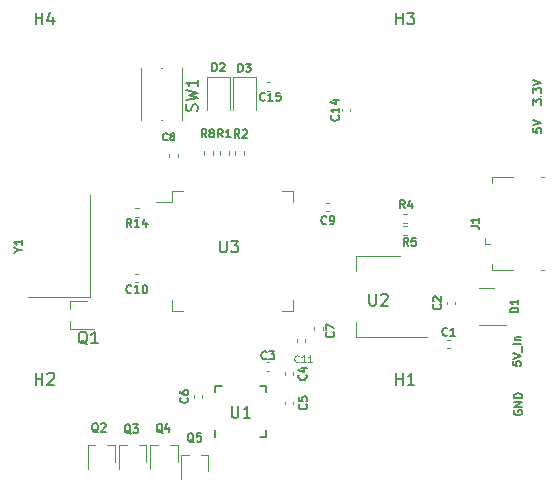
<source format=gbr>
%TF.GenerationSoftware,KiCad,Pcbnew,(6.0.1)*%
%TF.CreationDate,2022-08-29T10:58:40+03:00*%
%TF.ProjectId,flight controller,666c6967-6874-4206-936f-6e74726f6c6c,rev?*%
%TF.SameCoordinates,Original*%
%TF.FileFunction,Legend,Top*%
%TF.FilePolarity,Positive*%
%FSLAX46Y46*%
G04 Gerber Fmt 4.6, Leading zero omitted, Abs format (unit mm)*
G04 Created by KiCad (PCBNEW (6.0.1)) date 2022-08-29 10:58:40*
%MOMM*%
%LPD*%
G01*
G04 APERTURE LIST*
%ADD10C,0.150000*%
%ADD11C,0.125000*%
%ADD12C,0.120000*%
G04 APERTURE END LIST*
D10*
%TO.C,R4*%
X150983333Y-87116666D02*
X150750000Y-86783333D01*
X150583333Y-87116666D02*
X150583333Y-86416666D01*
X150850000Y-86416666D01*
X150916666Y-86450000D01*
X150950000Y-86483333D01*
X150983333Y-86550000D01*
X150983333Y-86650000D01*
X150950000Y-86716666D01*
X150916666Y-86750000D01*
X150850000Y-86783333D01*
X150583333Y-86783333D01*
X151583333Y-86650000D02*
X151583333Y-87116666D01*
X151416666Y-86383333D02*
X151250000Y-86883333D01*
X151683333Y-86883333D01*
%TO.C,R5*%
X151283333Y-90316666D02*
X151050000Y-89983333D01*
X150883333Y-90316666D02*
X150883333Y-89616666D01*
X151150000Y-89616666D01*
X151216666Y-89650000D01*
X151250000Y-89683333D01*
X151283333Y-89750000D01*
X151283333Y-89850000D01*
X151250000Y-89916666D01*
X151216666Y-89950000D01*
X151150000Y-89983333D01*
X150883333Y-89983333D01*
X151916666Y-89616666D02*
X151583333Y-89616666D01*
X151550000Y-89950000D01*
X151583333Y-89916666D01*
X151650000Y-89883333D01*
X151816666Y-89883333D01*
X151883333Y-89916666D01*
X151916666Y-89950000D01*
X151950000Y-90016666D01*
X151950000Y-90183333D01*
X151916666Y-90250000D01*
X151883333Y-90283333D01*
X151816666Y-90316666D01*
X151650000Y-90316666D01*
X151583333Y-90283333D01*
X151550000Y-90250000D01*
%TO.C,C15*%
X139150000Y-77950000D02*
X139116666Y-77983333D01*
X139016666Y-78016666D01*
X138950000Y-78016666D01*
X138850000Y-77983333D01*
X138783333Y-77916666D01*
X138750000Y-77850000D01*
X138716666Y-77716666D01*
X138716666Y-77616666D01*
X138750000Y-77483333D01*
X138783333Y-77416666D01*
X138850000Y-77350000D01*
X138950000Y-77316666D01*
X139016666Y-77316666D01*
X139116666Y-77350000D01*
X139150000Y-77383333D01*
X139816666Y-78016666D02*
X139416666Y-78016666D01*
X139616666Y-78016666D02*
X139616666Y-77316666D01*
X139550000Y-77416666D01*
X139483333Y-77483333D01*
X139416666Y-77516666D01*
X140450000Y-77316666D02*
X140116666Y-77316666D01*
X140083333Y-77650000D01*
X140116666Y-77616666D01*
X140183333Y-77583333D01*
X140350000Y-77583333D01*
X140416666Y-77616666D01*
X140450000Y-77650000D01*
X140483333Y-77716666D01*
X140483333Y-77883333D01*
X140450000Y-77950000D01*
X140416666Y-77983333D01*
X140350000Y-78016666D01*
X140183333Y-78016666D01*
X140116666Y-77983333D01*
X140083333Y-77950000D01*
%TO.C,U3*%
X135338095Y-89852380D02*
X135338095Y-90661904D01*
X135385714Y-90757142D01*
X135433333Y-90804761D01*
X135528571Y-90852380D01*
X135719047Y-90852380D01*
X135814285Y-90804761D01*
X135861904Y-90757142D01*
X135909523Y-90661904D01*
X135909523Y-89852380D01*
X136290476Y-89852380D02*
X136909523Y-89852380D01*
X136576190Y-90233333D01*
X136719047Y-90233333D01*
X136814285Y-90280952D01*
X136861904Y-90328571D01*
X136909523Y-90423809D01*
X136909523Y-90661904D01*
X136861904Y-90757142D01*
X136814285Y-90804761D01*
X136719047Y-90852380D01*
X136433333Y-90852380D01*
X136338095Y-90804761D01*
X136290476Y-90757142D01*
%TO.C,H3*%
X150238095Y-71552380D02*
X150238095Y-70552380D01*
X150238095Y-71028571D02*
X150809523Y-71028571D01*
X150809523Y-71552380D02*
X150809523Y-70552380D01*
X151190476Y-70552380D02*
X151809523Y-70552380D01*
X151476190Y-70933333D01*
X151619047Y-70933333D01*
X151714285Y-70980952D01*
X151761904Y-71028571D01*
X151809523Y-71123809D01*
X151809523Y-71361904D01*
X151761904Y-71457142D01*
X151714285Y-71504761D01*
X151619047Y-71552380D01*
X151333333Y-71552380D01*
X151238095Y-71504761D01*
X151190476Y-71457142D01*
%TO.C,C6*%
X132590000Y-103149166D02*
X132623333Y-103182500D01*
X132656666Y-103282500D01*
X132656666Y-103349166D01*
X132623333Y-103449166D01*
X132556666Y-103515833D01*
X132490000Y-103549166D01*
X132356666Y-103582500D01*
X132256666Y-103582500D01*
X132123333Y-103549166D01*
X132056666Y-103515833D01*
X131990000Y-103449166D01*
X131956666Y-103349166D01*
X131956666Y-103282500D01*
X131990000Y-103182500D01*
X132023333Y-103149166D01*
X131956666Y-102549166D02*
X131956666Y-102682500D01*
X131990000Y-102749166D01*
X132023333Y-102782500D01*
X132123333Y-102849166D01*
X132256666Y-102882500D01*
X132523333Y-102882500D01*
X132590000Y-102849166D01*
X132623333Y-102815833D01*
X132656666Y-102749166D01*
X132656666Y-102615833D01*
X132623333Y-102549166D01*
X132590000Y-102515833D01*
X132523333Y-102482500D01*
X132356666Y-102482500D01*
X132290000Y-102515833D01*
X132256666Y-102549166D01*
X132223333Y-102615833D01*
X132223333Y-102749166D01*
X132256666Y-102815833D01*
X132290000Y-102849166D01*
X132356666Y-102882500D01*
%TO.C,C10*%
X127850000Y-94250000D02*
X127816666Y-94283333D01*
X127716666Y-94316666D01*
X127650000Y-94316666D01*
X127550000Y-94283333D01*
X127483333Y-94216666D01*
X127450000Y-94150000D01*
X127416666Y-94016666D01*
X127416666Y-93916666D01*
X127450000Y-93783333D01*
X127483333Y-93716666D01*
X127550000Y-93650000D01*
X127650000Y-93616666D01*
X127716666Y-93616666D01*
X127816666Y-93650000D01*
X127850000Y-93683333D01*
X128516666Y-94316666D02*
X128116666Y-94316666D01*
X128316666Y-94316666D02*
X128316666Y-93616666D01*
X128250000Y-93716666D01*
X128183333Y-93783333D01*
X128116666Y-93816666D01*
X128950000Y-93616666D02*
X129016666Y-93616666D01*
X129083333Y-93650000D01*
X129116666Y-93683333D01*
X129150000Y-93750000D01*
X129183333Y-93883333D01*
X129183333Y-94050000D01*
X129150000Y-94183333D01*
X129116666Y-94250000D01*
X129083333Y-94283333D01*
X129016666Y-94316666D01*
X128950000Y-94316666D01*
X128883333Y-94283333D01*
X128850000Y-94250000D01*
X128816666Y-94183333D01*
X128783333Y-94050000D01*
X128783333Y-93883333D01*
X128816666Y-93750000D01*
X128850000Y-93683333D01*
X128883333Y-93650000D01*
X128950000Y-93616666D01*
%TO.C,H2*%
X119738095Y-102052380D02*
X119738095Y-101052380D01*
X119738095Y-101528571D02*
X120309523Y-101528571D01*
X120309523Y-102052380D02*
X120309523Y-101052380D01*
X120738095Y-101147619D02*
X120785714Y-101100000D01*
X120880952Y-101052380D01*
X121119047Y-101052380D01*
X121214285Y-101100000D01*
X121261904Y-101147619D01*
X121309523Y-101242857D01*
X121309523Y-101338095D01*
X121261904Y-101480952D01*
X120690476Y-102052380D01*
X121309523Y-102052380D01*
D11*
%TO.C,C11*%
X142014285Y-100114285D02*
X141985714Y-100142857D01*
X141900000Y-100171428D01*
X141842857Y-100171428D01*
X141757142Y-100142857D01*
X141700000Y-100085714D01*
X141671428Y-100028571D01*
X141642857Y-99914285D01*
X141642857Y-99828571D01*
X141671428Y-99714285D01*
X141700000Y-99657142D01*
X141757142Y-99600000D01*
X141842857Y-99571428D01*
X141900000Y-99571428D01*
X141985714Y-99600000D01*
X142014285Y-99628571D01*
X142585714Y-100171428D02*
X142242857Y-100171428D01*
X142414285Y-100171428D02*
X142414285Y-99571428D01*
X142357142Y-99657142D01*
X142300000Y-99714285D01*
X142242857Y-99742857D01*
X143157142Y-100171428D02*
X142814285Y-100171428D01*
X142985714Y-100171428D02*
X142985714Y-99571428D01*
X142928571Y-99657142D01*
X142871428Y-99714285D01*
X142814285Y-99742857D01*
D10*
%TO.C,D2*%
X134683333Y-75516666D02*
X134683333Y-74816666D01*
X134850000Y-74816666D01*
X134950000Y-74850000D01*
X135016666Y-74916666D01*
X135050000Y-74983333D01*
X135083333Y-75116666D01*
X135083333Y-75216666D01*
X135050000Y-75350000D01*
X135016666Y-75416666D01*
X134950000Y-75483333D01*
X134850000Y-75516666D01*
X134683333Y-75516666D01*
X135350000Y-74883333D02*
X135383333Y-74850000D01*
X135450000Y-74816666D01*
X135616666Y-74816666D01*
X135683333Y-74850000D01*
X135716666Y-74883333D01*
X135750000Y-74950000D01*
X135750000Y-75016666D01*
X135716666Y-75116666D01*
X135316666Y-75516666D01*
X135750000Y-75516666D01*
%TO.C,C1*%
X154583333Y-97850000D02*
X154550000Y-97883333D01*
X154450000Y-97916666D01*
X154383333Y-97916666D01*
X154283333Y-97883333D01*
X154216666Y-97816666D01*
X154183333Y-97750000D01*
X154150000Y-97616666D01*
X154150000Y-97516666D01*
X154183333Y-97383333D01*
X154216666Y-97316666D01*
X154283333Y-97250000D01*
X154383333Y-97216666D01*
X154450000Y-97216666D01*
X154550000Y-97250000D01*
X154583333Y-97283333D01*
X155250000Y-97916666D02*
X154850000Y-97916666D01*
X155050000Y-97916666D02*
X155050000Y-97216666D01*
X154983333Y-97316666D01*
X154916666Y-97383333D01*
X154850000Y-97416666D01*
%TO.C,H4*%
X119738095Y-71552380D02*
X119738095Y-70552380D01*
X119738095Y-71028571D02*
X120309523Y-71028571D01*
X120309523Y-71552380D02*
X120309523Y-70552380D01*
X121214285Y-70885714D02*
X121214285Y-71552380D01*
X120976190Y-70504761D02*
X120738095Y-71219047D01*
X121357142Y-71219047D01*
%TO.C,5V*%
X161856666Y-80333333D02*
X161856666Y-80666666D01*
X162190000Y-80700000D01*
X162156666Y-80666666D01*
X162123333Y-80600000D01*
X162123333Y-80433333D01*
X162156666Y-80366666D01*
X162190000Y-80333333D01*
X162256666Y-80300000D01*
X162423333Y-80300000D01*
X162490000Y-80333333D01*
X162523333Y-80366666D01*
X162556666Y-80433333D01*
X162556666Y-80600000D01*
X162523333Y-80666666D01*
X162490000Y-80700000D01*
X161856666Y-80100000D02*
X162556666Y-79866666D01*
X161856666Y-79633333D01*
%TO.C,GND*%
X160250000Y-104233333D02*
X160216666Y-104300000D01*
X160216666Y-104400000D01*
X160250000Y-104500000D01*
X160316666Y-104566666D01*
X160383333Y-104600000D01*
X160516666Y-104633333D01*
X160616666Y-104633333D01*
X160750000Y-104600000D01*
X160816666Y-104566666D01*
X160883333Y-104500000D01*
X160916666Y-104400000D01*
X160916666Y-104333333D01*
X160883333Y-104233333D01*
X160850000Y-104200000D01*
X160616666Y-104200000D01*
X160616666Y-104333333D01*
X160916666Y-103900000D02*
X160216666Y-103900000D01*
X160916666Y-103500000D01*
X160216666Y-103500000D01*
X160916666Y-103166666D02*
X160216666Y-103166666D01*
X160216666Y-103000000D01*
X160250000Y-102900000D01*
X160316666Y-102833333D01*
X160383333Y-102800000D01*
X160516666Y-102766666D01*
X160616666Y-102766666D01*
X160750000Y-102800000D01*
X160816666Y-102833333D01*
X160883333Y-102900000D01*
X160916666Y-103000000D01*
X160916666Y-103166666D01*
%TO.C,C2*%
X153990000Y-95249166D02*
X154023333Y-95282500D01*
X154056666Y-95382500D01*
X154056666Y-95449166D01*
X154023333Y-95549166D01*
X153956666Y-95615833D01*
X153890000Y-95649166D01*
X153756666Y-95682500D01*
X153656666Y-95682500D01*
X153523333Y-95649166D01*
X153456666Y-95615833D01*
X153390000Y-95549166D01*
X153356666Y-95449166D01*
X153356666Y-95382500D01*
X153390000Y-95282500D01*
X153423333Y-95249166D01*
X153423333Y-94982500D02*
X153390000Y-94949166D01*
X153356666Y-94882500D01*
X153356666Y-94715833D01*
X153390000Y-94649166D01*
X153423333Y-94615833D01*
X153490000Y-94582500D01*
X153556666Y-94582500D01*
X153656666Y-94615833D01*
X154056666Y-95015833D01*
X154056666Y-94582500D01*
%TO.C,Y1*%
X118283333Y-90633333D02*
X118616666Y-90633333D01*
X117916666Y-90866666D02*
X118283333Y-90633333D01*
X117916666Y-90400000D01*
X118616666Y-89800000D02*
X118616666Y-90200000D01*
X118616666Y-90000000D02*
X117916666Y-90000000D01*
X118016666Y-90066666D01*
X118083333Y-90133333D01*
X118116666Y-90200000D01*
%TO.C,SW1*%
X133404761Y-78883333D02*
X133452380Y-78740476D01*
X133452380Y-78502380D01*
X133404761Y-78407142D01*
X133357142Y-78359523D01*
X133261904Y-78311904D01*
X133166666Y-78311904D01*
X133071428Y-78359523D01*
X133023809Y-78407142D01*
X132976190Y-78502380D01*
X132928571Y-78692857D01*
X132880952Y-78788095D01*
X132833333Y-78835714D01*
X132738095Y-78883333D01*
X132642857Y-78883333D01*
X132547619Y-78835714D01*
X132500000Y-78788095D01*
X132452380Y-78692857D01*
X132452380Y-78454761D01*
X132500000Y-78311904D01*
X132452380Y-77978571D02*
X133452380Y-77740476D01*
X132738095Y-77550000D01*
X133452380Y-77359523D01*
X132452380Y-77121428D01*
X133452380Y-76216666D02*
X133452380Y-76788095D01*
X133452380Y-76502380D02*
X132452380Y-76502380D01*
X132595238Y-76597619D01*
X132690476Y-76692857D01*
X132738095Y-76788095D01*
%TO.C,D3*%
X136883333Y-75566666D02*
X136883333Y-74866666D01*
X137050000Y-74866666D01*
X137150000Y-74900000D01*
X137216666Y-74966666D01*
X137250000Y-75033333D01*
X137283333Y-75166666D01*
X137283333Y-75266666D01*
X137250000Y-75400000D01*
X137216666Y-75466666D01*
X137150000Y-75533333D01*
X137050000Y-75566666D01*
X136883333Y-75566666D01*
X137516666Y-74866666D02*
X137950000Y-74866666D01*
X137716666Y-75133333D01*
X137816666Y-75133333D01*
X137883333Y-75166666D01*
X137916666Y-75200000D01*
X137950000Y-75266666D01*
X137950000Y-75433333D01*
X137916666Y-75500000D01*
X137883333Y-75533333D01*
X137816666Y-75566666D01*
X137616666Y-75566666D01*
X137550000Y-75533333D01*
X137516666Y-75500000D01*
%TO.C,R8*%
X134183333Y-81116666D02*
X133950000Y-80783333D01*
X133783333Y-81116666D02*
X133783333Y-80416666D01*
X134050000Y-80416666D01*
X134116666Y-80450000D01*
X134150000Y-80483333D01*
X134183333Y-80550000D01*
X134183333Y-80650000D01*
X134150000Y-80716666D01*
X134116666Y-80750000D01*
X134050000Y-80783333D01*
X133783333Y-80783333D01*
X134583333Y-80716666D02*
X134516666Y-80683333D01*
X134483333Y-80650000D01*
X134450000Y-80583333D01*
X134450000Y-80550000D01*
X134483333Y-80483333D01*
X134516666Y-80450000D01*
X134583333Y-80416666D01*
X134716666Y-80416666D01*
X134783333Y-80450000D01*
X134816666Y-80483333D01*
X134850000Y-80550000D01*
X134850000Y-80583333D01*
X134816666Y-80650000D01*
X134783333Y-80683333D01*
X134716666Y-80716666D01*
X134583333Y-80716666D01*
X134516666Y-80750000D01*
X134483333Y-80783333D01*
X134450000Y-80850000D01*
X134450000Y-80983333D01*
X134483333Y-81050000D01*
X134516666Y-81083333D01*
X134583333Y-81116666D01*
X134716666Y-81116666D01*
X134783333Y-81083333D01*
X134816666Y-81050000D01*
X134850000Y-80983333D01*
X134850000Y-80850000D01*
X134816666Y-80783333D01*
X134783333Y-80750000D01*
X134716666Y-80716666D01*
%TO.C,J1*%
X156604166Y-88633333D02*
X157104166Y-88633333D01*
X157204166Y-88666666D01*
X157270833Y-88733333D01*
X157304166Y-88833333D01*
X157304166Y-88900000D01*
X157304166Y-87933333D02*
X157304166Y-88333333D01*
X157304166Y-88133333D02*
X156604166Y-88133333D01*
X156704166Y-88200000D01*
X156770833Y-88266666D01*
X156804166Y-88333333D01*
%TO.C,U2*%
X147988095Y-94352380D02*
X147988095Y-95161904D01*
X148035714Y-95257142D01*
X148083333Y-95304761D01*
X148178571Y-95352380D01*
X148369047Y-95352380D01*
X148464285Y-95304761D01*
X148511904Y-95257142D01*
X148559523Y-95161904D01*
X148559523Y-94352380D01*
X148988095Y-94447619D02*
X149035714Y-94400000D01*
X149130952Y-94352380D01*
X149369047Y-94352380D01*
X149464285Y-94400000D01*
X149511904Y-94447619D01*
X149559523Y-94542857D01*
X149559523Y-94638095D01*
X149511904Y-94780952D01*
X148940476Y-95352380D01*
X149559523Y-95352380D01*
%TO.C,C4*%
X142610000Y-101216666D02*
X142643333Y-101250000D01*
X142676666Y-101350000D01*
X142676666Y-101416666D01*
X142643333Y-101516666D01*
X142576666Y-101583333D01*
X142510000Y-101616666D01*
X142376666Y-101650000D01*
X142276666Y-101650000D01*
X142143333Y-101616666D01*
X142076666Y-101583333D01*
X142010000Y-101516666D01*
X141976666Y-101416666D01*
X141976666Y-101350000D01*
X142010000Y-101250000D01*
X142043333Y-101216666D01*
X142210000Y-100616666D02*
X142676666Y-100616666D01*
X141943333Y-100783333D02*
X142443333Y-100950000D01*
X142443333Y-100516666D01*
%TO.C,C7*%
X144950000Y-97616666D02*
X144983333Y-97650000D01*
X145016666Y-97750000D01*
X145016666Y-97816666D01*
X144983333Y-97916666D01*
X144916666Y-97983333D01*
X144850000Y-98016666D01*
X144716666Y-98050000D01*
X144616666Y-98050000D01*
X144483333Y-98016666D01*
X144416666Y-97983333D01*
X144350000Y-97916666D01*
X144316666Y-97816666D01*
X144316666Y-97750000D01*
X144350000Y-97650000D01*
X144383333Y-97616666D01*
X144316666Y-97383333D02*
X144316666Y-96916666D01*
X145016666Y-97216666D01*
%TO.C,Q2*%
X125033333Y-106083333D02*
X124966666Y-106050000D01*
X124900000Y-105983333D01*
X124800000Y-105883333D01*
X124733333Y-105850000D01*
X124666666Y-105850000D01*
X124700000Y-106016666D02*
X124633333Y-105983333D01*
X124566666Y-105916666D01*
X124533333Y-105783333D01*
X124533333Y-105550000D01*
X124566666Y-105416666D01*
X124633333Y-105350000D01*
X124700000Y-105316666D01*
X124833333Y-105316666D01*
X124900000Y-105350000D01*
X124966666Y-105416666D01*
X125000000Y-105550000D01*
X125000000Y-105783333D01*
X124966666Y-105916666D01*
X124900000Y-105983333D01*
X124833333Y-106016666D01*
X124700000Y-106016666D01*
X125266666Y-105383333D02*
X125300000Y-105350000D01*
X125366666Y-105316666D01*
X125533333Y-105316666D01*
X125600000Y-105350000D01*
X125633333Y-105383333D01*
X125666666Y-105450000D01*
X125666666Y-105516666D01*
X125633333Y-105616666D01*
X125233333Y-106016666D01*
X125666666Y-106016666D01*
%TO.C,Q3*%
X127783333Y-106183333D02*
X127716666Y-106150000D01*
X127650000Y-106083333D01*
X127550000Y-105983333D01*
X127483333Y-105950000D01*
X127416666Y-105950000D01*
X127450000Y-106116666D02*
X127383333Y-106083333D01*
X127316666Y-106016666D01*
X127283333Y-105883333D01*
X127283333Y-105650000D01*
X127316666Y-105516666D01*
X127383333Y-105450000D01*
X127450000Y-105416666D01*
X127583333Y-105416666D01*
X127650000Y-105450000D01*
X127716666Y-105516666D01*
X127750000Y-105650000D01*
X127750000Y-105883333D01*
X127716666Y-106016666D01*
X127650000Y-106083333D01*
X127583333Y-106116666D01*
X127450000Y-106116666D01*
X127983333Y-105416666D02*
X128416666Y-105416666D01*
X128183333Y-105683333D01*
X128283333Y-105683333D01*
X128350000Y-105716666D01*
X128383333Y-105750000D01*
X128416666Y-105816666D01*
X128416666Y-105983333D01*
X128383333Y-106050000D01*
X128350000Y-106083333D01*
X128283333Y-106116666D01*
X128083333Y-106116666D01*
X128016666Y-106083333D01*
X127983333Y-106050000D01*
%TO.C,Q4*%
X130483333Y-106133333D02*
X130416666Y-106100000D01*
X130350000Y-106033333D01*
X130250000Y-105933333D01*
X130183333Y-105900000D01*
X130116666Y-105900000D01*
X130150000Y-106066666D02*
X130083333Y-106033333D01*
X130016666Y-105966666D01*
X129983333Y-105833333D01*
X129983333Y-105600000D01*
X130016666Y-105466666D01*
X130083333Y-105400000D01*
X130150000Y-105366666D01*
X130283333Y-105366666D01*
X130350000Y-105400000D01*
X130416666Y-105466666D01*
X130450000Y-105600000D01*
X130450000Y-105833333D01*
X130416666Y-105966666D01*
X130350000Y-106033333D01*
X130283333Y-106066666D01*
X130150000Y-106066666D01*
X131050000Y-105600000D02*
X131050000Y-106066666D01*
X130883333Y-105333333D02*
X130716666Y-105833333D01*
X131150000Y-105833333D01*
%TO.C,R1*%
X135583333Y-81116666D02*
X135350000Y-80783333D01*
X135183333Y-81116666D02*
X135183333Y-80416666D01*
X135450000Y-80416666D01*
X135516666Y-80450000D01*
X135550000Y-80483333D01*
X135583333Y-80550000D01*
X135583333Y-80650000D01*
X135550000Y-80716666D01*
X135516666Y-80750000D01*
X135450000Y-80783333D01*
X135183333Y-80783333D01*
X136250000Y-81116666D02*
X135850000Y-81116666D01*
X136050000Y-81116666D02*
X136050000Y-80416666D01*
X135983333Y-80516666D01*
X135916666Y-80583333D01*
X135850000Y-80616666D01*
%TO.C,D1*%
X160616666Y-95916666D02*
X159916666Y-95916666D01*
X159916666Y-95750000D01*
X159950000Y-95650000D01*
X160016666Y-95583333D01*
X160083333Y-95550000D01*
X160216666Y-95516666D01*
X160316666Y-95516666D01*
X160450000Y-95550000D01*
X160516666Y-95583333D01*
X160583333Y-95650000D01*
X160616666Y-95750000D01*
X160616666Y-95916666D01*
X160616666Y-94850000D02*
X160616666Y-95250000D01*
X160616666Y-95050000D02*
X159916666Y-95050000D01*
X160016666Y-95116666D01*
X160083333Y-95183333D01*
X160116666Y-95250000D01*
%TO.C,U1*%
X136338095Y-103852380D02*
X136338095Y-104661904D01*
X136385714Y-104757142D01*
X136433333Y-104804761D01*
X136528571Y-104852380D01*
X136719047Y-104852380D01*
X136814285Y-104804761D01*
X136861904Y-104757142D01*
X136909523Y-104661904D01*
X136909523Y-103852380D01*
X137909523Y-104852380D02*
X137338095Y-104852380D01*
X137623809Y-104852380D02*
X137623809Y-103852380D01*
X137528571Y-103995238D01*
X137433333Y-104090476D01*
X137338095Y-104138095D01*
%TO.C,C8*%
X130900000Y-81314285D02*
X130871428Y-81342857D01*
X130785714Y-81371428D01*
X130728571Y-81371428D01*
X130642857Y-81342857D01*
X130585714Y-81285714D01*
X130557142Y-81228571D01*
X130528571Y-81114285D01*
X130528571Y-81028571D01*
X130557142Y-80914285D01*
X130585714Y-80857142D01*
X130642857Y-80800000D01*
X130728571Y-80771428D01*
X130785714Y-80771428D01*
X130871428Y-80800000D01*
X130900000Y-80828571D01*
X131242857Y-81028571D02*
X131185714Y-81000000D01*
X131157142Y-80971428D01*
X131128571Y-80914285D01*
X131128571Y-80885714D01*
X131157142Y-80828571D01*
X131185714Y-80800000D01*
X131242857Y-80771428D01*
X131357142Y-80771428D01*
X131414285Y-80800000D01*
X131442857Y-80828571D01*
X131471428Y-80885714D01*
X131471428Y-80914285D01*
X131442857Y-80971428D01*
X131414285Y-81000000D01*
X131357142Y-81028571D01*
X131242857Y-81028571D01*
X131185714Y-81057142D01*
X131157142Y-81085714D01*
X131128571Y-81142857D01*
X131128571Y-81257142D01*
X131157142Y-81314285D01*
X131185714Y-81342857D01*
X131242857Y-81371428D01*
X131357142Y-81371428D01*
X131414285Y-81342857D01*
X131442857Y-81314285D01*
X131471428Y-81257142D01*
X131471428Y-81142857D01*
X131442857Y-81085714D01*
X131414285Y-81057142D01*
X131357142Y-81028571D01*
%TO.C,C5*%
X142650000Y-103716666D02*
X142683333Y-103750000D01*
X142716666Y-103850000D01*
X142716666Y-103916666D01*
X142683333Y-104016666D01*
X142616666Y-104083333D01*
X142550000Y-104116666D01*
X142416666Y-104150000D01*
X142316666Y-104150000D01*
X142183333Y-104116666D01*
X142116666Y-104083333D01*
X142050000Y-104016666D01*
X142016666Y-103916666D01*
X142016666Y-103850000D01*
X142050000Y-103750000D01*
X142083333Y-103716666D01*
X142016666Y-103083333D02*
X142016666Y-103416666D01*
X142350000Y-103450000D01*
X142316666Y-103416666D01*
X142283333Y-103350000D01*
X142283333Y-103183333D01*
X142316666Y-103116666D01*
X142350000Y-103083333D01*
X142416666Y-103050000D01*
X142583333Y-103050000D01*
X142650000Y-103083333D01*
X142683333Y-103116666D01*
X142716666Y-103183333D01*
X142716666Y-103350000D01*
X142683333Y-103416666D01*
X142650000Y-103450000D01*
%TO.C,C3*%
X139283333Y-99850000D02*
X139250000Y-99883333D01*
X139150000Y-99916666D01*
X139083333Y-99916666D01*
X138983333Y-99883333D01*
X138916666Y-99816666D01*
X138883333Y-99750000D01*
X138850000Y-99616666D01*
X138850000Y-99516666D01*
X138883333Y-99383333D01*
X138916666Y-99316666D01*
X138983333Y-99250000D01*
X139083333Y-99216666D01*
X139150000Y-99216666D01*
X139250000Y-99250000D01*
X139283333Y-99283333D01*
X139516666Y-99216666D02*
X139950000Y-99216666D01*
X139716666Y-99483333D01*
X139816666Y-99483333D01*
X139883333Y-99516666D01*
X139916666Y-99550000D01*
X139950000Y-99616666D01*
X139950000Y-99783333D01*
X139916666Y-99850000D01*
X139883333Y-99883333D01*
X139816666Y-99916666D01*
X139616666Y-99916666D01*
X139550000Y-99883333D01*
X139516666Y-99850000D01*
%TO.C,C14*%
X145350000Y-79250000D02*
X145383333Y-79283333D01*
X145416666Y-79383333D01*
X145416666Y-79450000D01*
X145383333Y-79550000D01*
X145316666Y-79616666D01*
X145250000Y-79650000D01*
X145116666Y-79683333D01*
X145016666Y-79683333D01*
X144883333Y-79650000D01*
X144816666Y-79616666D01*
X144750000Y-79550000D01*
X144716666Y-79450000D01*
X144716666Y-79383333D01*
X144750000Y-79283333D01*
X144783333Y-79250000D01*
X145416666Y-78583333D02*
X145416666Y-78983333D01*
X145416666Y-78783333D02*
X144716666Y-78783333D01*
X144816666Y-78850000D01*
X144883333Y-78916666D01*
X144916666Y-78983333D01*
X144950000Y-77983333D02*
X145416666Y-77983333D01*
X144683333Y-78150000D02*
X145183333Y-78316666D01*
X145183333Y-77883333D01*
%TO.C,H1*%
X150238095Y-102052380D02*
X150238095Y-101052380D01*
X150238095Y-101528571D02*
X150809523Y-101528571D01*
X150809523Y-102052380D02*
X150809523Y-101052380D01*
X151809523Y-102052380D02*
X151238095Y-102052380D01*
X151523809Y-102052380D02*
X151523809Y-101052380D01*
X151428571Y-101195238D01*
X151333333Y-101290476D01*
X151238095Y-101338095D01*
%TO.C,3.3V*%
X161856666Y-78333333D02*
X161856666Y-77900000D01*
X162123333Y-78133333D01*
X162123333Y-78033333D01*
X162156666Y-77966666D01*
X162190000Y-77933333D01*
X162256666Y-77900000D01*
X162423333Y-77900000D01*
X162490000Y-77933333D01*
X162523333Y-77966666D01*
X162556666Y-78033333D01*
X162556666Y-78233333D01*
X162523333Y-78300000D01*
X162490000Y-78333333D01*
X162490000Y-77600000D02*
X162523333Y-77566666D01*
X162556666Y-77600000D01*
X162523333Y-77633333D01*
X162490000Y-77600000D01*
X162556666Y-77600000D01*
X161856666Y-77333333D02*
X161856666Y-76900000D01*
X162123333Y-77133333D01*
X162123333Y-77033333D01*
X162156666Y-76966666D01*
X162190000Y-76933333D01*
X162256666Y-76900000D01*
X162423333Y-76900000D01*
X162490000Y-76933333D01*
X162523333Y-76966666D01*
X162556666Y-77033333D01*
X162556666Y-77233333D01*
X162523333Y-77300000D01*
X162490000Y-77333333D01*
X161856666Y-76700000D02*
X162556666Y-76466666D01*
X161856666Y-76233333D01*
%TO.C,Q1*%
X124104761Y-98647619D02*
X124009523Y-98600000D01*
X123914285Y-98504761D01*
X123771428Y-98361904D01*
X123676190Y-98314285D01*
X123580952Y-98314285D01*
X123628571Y-98552380D02*
X123533333Y-98504761D01*
X123438095Y-98409523D01*
X123390476Y-98219047D01*
X123390476Y-97885714D01*
X123438095Y-97695238D01*
X123533333Y-97600000D01*
X123628571Y-97552380D01*
X123819047Y-97552380D01*
X123914285Y-97600000D01*
X124009523Y-97695238D01*
X124057142Y-97885714D01*
X124057142Y-98219047D01*
X124009523Y-98409523D01*
X123914285Y-98504761D01*
X123819047Y-98552380D01*
X123628571Y-98552380D01*
X125009523Y-98552380D02*
X124438095Y-98552380D01*
X124723809Y-98552380D02*
X124723809Y-97552380D01*
X124628571Y-97695238D01*
X124533333Y-97790476D01*
X124438095Y-97838095D01*
%TO.C,R14*%
X127850000Y-88716666D02*
X127616666Y-88383333D01*
X127450000Y-88716666D02*
X127450000Y-88016666D01*
X127716666Y-88016666D01*
X127783333Y-88050000D01*
X127816666Y-88083333D01*
X127850000Y-88150000D01*
X127850000Y-88250000D01*
X127816666Y-88316666D01*
X127783333Y-88350000D01*
X127716666Y-88383333D01*
X127450000Y-88383333D01*
X128516666Y-88716666D02*
X128116666Y-88716666D01*
X128316666Y-88716666D02*
X128316666Y-88016666D01*
X128250000Y-88116666D01*
X128183333Y-88183333D01*
X128116666Y-88216666D01*
X129116666Y-88250000D02*
X129116666Y-88716666D01*
X128950000Y-87983333D02*
X128783333Y-88483333D01*
X129216666Y-88483333D01*
%TO.C,C9*%
X144350833Y-88410000D02*
X144317500Y-88443333D01*
X144217500Y-88476666D01*
X144150833Y-88476666D01*
X144050833Y-88443333D01*
X143984166Y-88376666D01*
X143950833Y-88310000D01*
X143917500Y-88176666D01*
X143917500Y-88076666D01*
X143950833Y-87943333D01*
X143984166Y-87876666D01*
X144050833Y-87810000D01*
X144150833Y-87776666D01*
X144217500Y-87776666D01*
X144317500Y-87810000D01*
X144350833Y-87843333D01*
X144684166Y-88476666D02*
X144817500Y-88476666D01*
X144884166Y-88443333D01*
X144917500Y-88410000D01*
X144984166Y-88310000D01*
X145017500Y-88176666D01*
X145017500Y-87910000D01*
X144984166Y-87843333D01*
X144950833Y-87810000D01*
X144884166Y-87776666D01*
X144750833Y-87776666D01*
X144684166Y-87810000D01*
X144650833Y-87843333D01*
X144617500Y-87910000D01*
X144617500Y-88076666D01*
X144650833Y-88143333D01*
X144684166Y-88176666D01*
X144750833Y-88210000D01*
X144884166Y-88210000D01*
X144950833Y-88176666D01*
X144984166Y-88143333D01*
X145017500Y-88076666D01*
%TO.C,Q5*%
X133133333Y-106933333D02*
X133066666Y-106900000D01*
X133000000Y-106833333D01*
X132900000Y-106733333D01*
X132833333Y-106700000D01*
X132766666Y-106700000D01*
X132800000Y-106866666D02*
X132733333Y-106833333D01*
X132666666Y-106766666D01*
X132633333Y-106633333D01*
X132633333Y-106400000D01*
X132666666Y-106266666D01*
X132733333Y-106200000D01*
X132800000Y-106166666D01*
X132933333Y-106166666D01*
X133000000Y-106200000D01*
X133066666Y-106266666D01*
X133100000Y-106400000D01*
X133100000Y-106633333D01*
X133066666Y-106766666D01*
X133000000Y-106833333D01*
X132933333Y-106866666D01*
X132800000Y-106866666D01*
X133733333Y-106166666D02*
X133400000Y-106166666D01*
X133366666Y-106500000D01*
X133400000Y-106466666D01*
X133466666Y-106433333D01*
X133633333Y-106433333D01*
X133700000Y-106466666D01*
X133733333Y-106500000D01*
X133766666Y-106566666D01*
X133766666Y-106733333D01*
X133733333Y-106800000D01*
X133700000Y-106833333D01*
X133633333Y-106866666D01*
X133466666Y-106866666D01*
X133400000Y-106833333D01*
X133366666Y-106800000D01*
%TO.C,R2*%
X136983333Y-81139166D02*
X136750000Y-80805833D01*
X136583333Y-81139166D02*
X136583333Y-80439166D01*
X136850000Y-80439166D01*
X136916666Y-80472500D01*
X136950000Y-80505833D01*
X136983333Y-80572500D01*
X136983333Y-80672500D01*
X136950000Y-80739166D01*
X136916666Y-80772500D01*
X136850000Y-80805833D01*
X136583333Y-80805833D01*
X137250000Y-80505833D02*
X137283333Y-80472500D01*
X137350000Y-80439166D01*
X137516666Y-80439166D01*
X137583333Y-80472500D01*
X137616666Y-80505833D01*
X137650000Y-80572500D01*
X137650000Y-80639166D01*
X137616666Y-80739166D01*
X137216666Y-81139166D01*
X137650000Y-81139166D01*
%TO.C,5V_In*%
X160116666Y-100083333D02*
X160116666Y-100416666D01*
X160450000Y-100450000D01*
X160416666Y-100416666D01*
X160383333Y-100350000D01*
X160383333Y-100183333D01*
X160416666Y-100116666D01*
X160450000Y-100083333D01*
X160516666Y-100050000D01*
X160683333Y-100050000D01*
X160750000Y-100083333D01*
X160783333Y-100116666D01*
X160816666Y-100183333D01*
X160816666Y-100350000D01*
X160783333Y-100416666D01*
X160750000Y-100450000D01*
X160116666Y-99850000D02*
X160816666Y-99616666D01*
X160116666Y-99383333D01*
X160883333Y-99316666D02*
X160883333Y-98783333D01*
X160816666Y-98616666D02*
X160116666Y-98616666D01*
X160350000Y-98283333D02*
X160816666Y-98283333D01*
X160416666Y-98283333D02*
X160383333Y-98250000D01*
X160350000Y-98183333D01*
X160350000Y-98083333D01*
X160383333Y-98016666D01*
X160450000Y-97983333D01*
X160816666Y-97983333D01*
D12*
%TO.C,R4*%
X151170121Y-87620000D02*
X150834879Y-87620000D01*
X151170121Y-88380000D02*
X150834879Y-88380000D01*
%TO.C,R5*%
X151167621Y-89380000D02*
X150832379Y-89380000D01*
X151167621Y-88620000D02*
X150832379Y-88620000D01*
%TO.C,C15*%
X139548335Y-77160000D02*
X139316665Y-77160000D01*
X139548335Y-76440000D02*
X139316665Y-76440000D01*
%TO.C,U3*%
X131290000Y-85622500D02*
X131290000Y-86572500D01*
X141510000Y-85622500D02*
X141510000Y-86572500D01*
X131290000Y-95842500D02*
X131290000Y-94892500D01*
X131290000Y-86572500D02*
X129950000Y-86572500D01*
X132240000Y-85622500D02*
X131290000Y-85622500D01*
X140560000Y-85622500D02*
X141510000Y-85622500D01*
X132240000Y-95842500D02*
X131290000Y-95842500D01*
X141510000Y-95842500D02*
X141510000Y-94892500D01*
X140560000Y-95842500D02*
X141510000Y-95842500D01*
%TO.C,C6*%
X133860000Y-103148335D02*
X133860000Y-102916665D01*
X133140000Y-103148335D02*
X133140000Y-102916665D01*
%TO.C,C10*%
X128184165Y-92640000D02*
X128415835Y-92640000D01*
X128184165Y-93360000D02*
X128415835Y-93360000D01*
%TO.C,C11*%
X141840000Y-98448335D02*
X141840000Y-98216665D01*
X142560000Y-98448335D02*
X142560000Y-98216665D01*
%TO.C,D2*%
X136160000Y-75965000D02*
X134240000Y-75965000D01*
X134240000Y-75965000D02*
X134240000Y-78825000D01*
X136160000Y-78825000D02*
X136160000Y-75965000D01*
%TO.C,C1*%
X154584165Y-98240000D02*
X154815835Y-98240000D01*
X154584165Y-98960000D02*
X154815835Y-98960000D01*
%TO.C,C2*%
X155260000Y-95248335D02*
X155260000Y-95016665D01*
X154540000Y-95248335D02*
X154540000Y-95016665D01*
%TO.C,Y1*%
X119100000Y-94625000D02*
X124300000Y-94625000D01*
X124300000Y-94625000D02*
X124300000Y-85975000D01*
%TO.C,SW1*%
X132150000Y-79600000D02*
X132150000Y-75200000D01*
X130350000Y-75200000D02*
X130450000Y-75200000D01*
X130350000Y-79600000D02*
X130450000Y-79600000D01*
X128650000Y-75200000D02*
X128650000Y-79600000D01*
%TO.C,D3*%
X138360000Y-75965000D02*
X136440000Y-75965000D01*
X138360000Y-78825000D02*
X138360000Y-75965000D01*
X136440000Y-75965000D02*
X136440000Y-78825000D01*
%TO.C,R8*%
X134780000Y-82229879D02*
X134780000Y-82565121D01*
X134020000Y-82229879D02*
X134020000Y-82565121D01*
%TO.C,J1*%
X158337500Y-84500000D02*
X158337500Y-84950000D01*
X162737500Y-92300000D02*
X162487500Y-92300000D01*
X160187500Y-84500000D02*
X158337500Y-84500000D01*
X158337500Y-92300000D02*
X158337500Y-91850000D01*
X160187500Y-92300000D02*
X158337500Y-92300000D01*
X157787500Y-90100000D02*
X158237500Y-90100000D01*
X157787500Y-90100000D02*
X157787500Y-89650000D01*
X162737500Y-84500000D02*
X162487500Y-84500000D01*
%TO.C,U2*%
X146840000Y-91190000D02*
X146840000Y-92450000D01*
X150600000Y-91190000D02*
X146840000Y-91190000D01*
X146840000Y-98010000D02*
X146840000Y-96750000D01*
X152850000Y-98010000D02*
X146840000Y-98010000D01*
%TO.C,C4*%
X141560000Y-100984165D02*
X141560000Y-101215835D01*
X140840000Y-100984165D02*
X140840000Y-101215835D01*
%TO.C,C7*%
X144060000Y-97415835D02*
X144060000Y-97184165D01*
X143340000Y-97415835D02*
X143340000Y-97184165D01*
%TO.C,Q2*%
X124140000Y-107170000D02*
X124800000Y-107170000D01*
X126460000Y-108580000D02*
X126460000Y-107170000D01*
X125800000Y-107170000D02*
X126460000Y-107170000D01*
X124140000Y-107170000D02*
X124140000Y-109200000D01*
%TO.C,Q3*%
X126790000Y-107170000D02*
X126790000Y-109200000D01*
X126790000Y-107170000D02*
X127450000Y-107170000D01*
X129110000Y-108580000D02*
X129110000Y-107170000D01*
X128450000Y-107170000D02*
X129110000Y-107170000D01*
%TO.C,Q4*%
X129440000Y-107170000D02*
X130100000Y-107170000D01*
X129440000Y-107170000D02*
X129440000Y-109200000D01*
X131760000Y-108580000D02*
X131760000Y-107170000D01*
X131100000Y-107170000D02*
X131760000Y-107170000D01*
%TO.C,R1*%
X136080000Y-82570121D02*
X136080000Y-82234879D01*
X135320000Y-82570121D02*
X135320000Y-82234879D01*
%TO.C,D1*%
X157900000Y-96960000D02*
X157250000Y-96960000D01*
X157900000Y-93840000D02*
X157250000Y-93840000D01*
X157900000Y-96960000D02*
X159575000Y-96960000D01*
X157900000Y-93840000D02*
X158550000Y-93840000D01*
D10*
%TO.C,U1*%
X134950000Y-102150000D02*
X135475000Y-102150000D01*
X134950000Y-106450000D02*
X134950000Y-105925000D01*
X139250000Y-102150000D02*
X138725000Y-102150000D01*
X139250000Y-106450000D02*
X139250000Y-105925000D01*
X139250000Y-102150000D02*
X139250000Y-102675000D01*
X134950000Y-102150000D02*
X134950000Y-102675000D01*
X139250000Y-106450000D02*
X138725000Y-106450000D01*
D12*
%TO.C,C8*%
X131040000Y-82551665D02*
X131040000Y-82783335D01*
X131760000Y-82551665D02*
X131760000Y-82783335D01*
%TO.C,C5*%
X141560000Y-103715835D02*
X141560000Y-103484165D01*
X140840000Y-103715835D02*
X140840000Y-103484165D01*
%TO.C,C3*%
X139284165Y-100140000D02*
X139515835Y-100140000D01*
X139284165Y-100860000D02*
X139515835Y-100860000D01*
%TO.C,C14*%
X146360000Y-78684165D02*
X146360000Y-78915835D01*
X145640000Y-78684165D02*
X145640000Y-78915835D01*
%TO.C,Q1*%
X122670000Y-95650000D02*
X122670000Y-94990000D01*
X124080000Y-94990000D02*
X122670000Y-94990000D01*
X122670000Y-97310000D02*
X124700000Y-97310000D01*
X122670000Y-97310000D02*
X122670000Y-96650000D01*
%TO.C,R14*%
X128465121Y-87880000D02*
X128129879Y-87880000D01*
X128465121Y-87120000D02*
X128129879Y-87120000D01*
%TO.C,C9*%
X144583335Y-87360000D02*
X144351665Y-87360000D01*
X144583335Y-86640000D02*
X144351665Y-86640000D01*
%TO.C,Q5*%
X134360000Y-109380000D02*
X134360000Y-107970000D01*
X132040000Y-107970000D02*
X132700000Y-107970000D01*
X132040000Y-107970000D02*
X132040000Y-110000000D01*
X133700000Y-107970000D02*
X134360000Y-107970000D01*
%TO.C,R2*%
X136620000Y-82565121D02*
X136620000Y-82229879D01*
X137380000Y-82565121D02*
X137380000Y-82229879D01*
%TD*%
M02*

</source>
